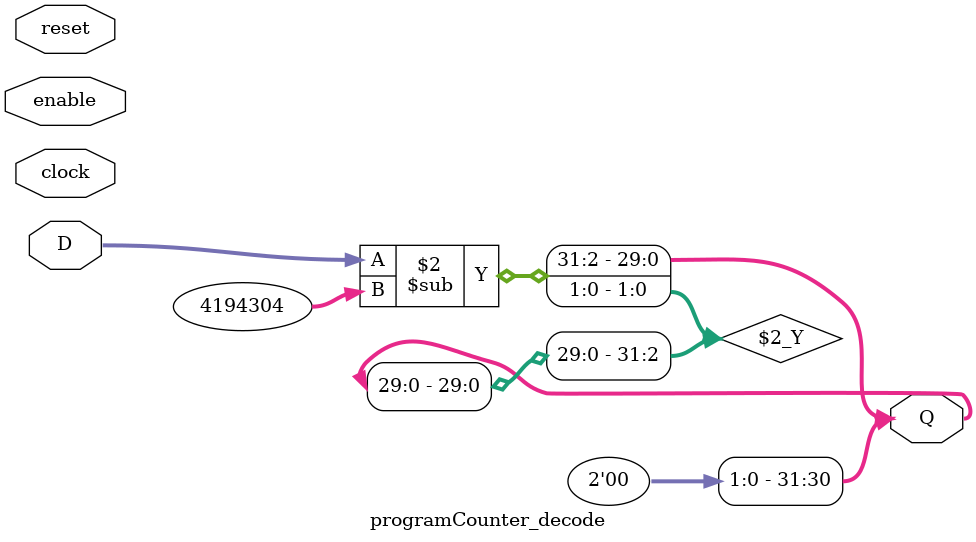
<source format=v>
module programCounter_decode #(parameter LENGTH = 32)(
	input clock,reset,enable,
	input [LENGTH-1:0]D,
	output reg [LENGTH-1:0]Q
	);

initial 
	begin
		Q <= 32'h00000000;
	end
	
always @*
//	begin
//		if(reset) 
//            Q <= 32'h00000000;
//        else
//			if(enable)
				Q <= (D - 'h400000) >> 2;
//				else
//					Q <= Q;
//	end

endmodule
</source>
